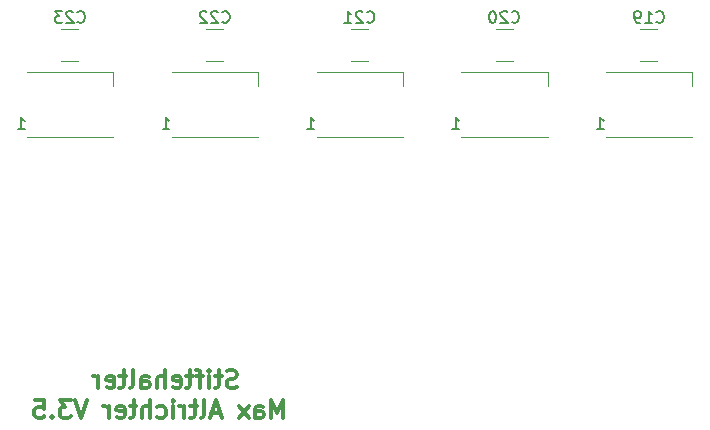
<source format=gbr>
%TF.GenerationSoftware,KiCad,Pcbnew,(5.1.10)-1*%
%TF.CreationDate,2021-09-15T18:07:19+02:00*%
%TF.ProjectId,sh_control,73685f63-6f6e-4747-926f-6c2e6b696361,rev?*%
%TF.SameCoordinates,Original*%
%TF.FileFunction,Legend,Bot*%
%TF.FilePolarity,Positive*%
%FSLAX46Y46*%
G04 Gerber Fmt 4.6, Leading zero omitted, Abs format (unit mm)*
G04 Created by KiCad (PCBNEW (5.1.10)-1) date 2021-09-15 18:07:19*
%MOMM*%
%LPD*%
G01*
G04 APERTURE LIST*
%ADD10C,0.300000*%
%ADD11C,0.120000*%
%ADD12C,0.150000*%
G04 APERTURE END LIST*
D10*
X134777928Y-93058142D02*
X134563642Y-93129571D01*
X134206500Y-93129571D01*
X134063642Y-93058142D01*
X133992214Y-92986714D01*
X133920785Y-92843857D01*
X133920785Y-92701000D01*
X133992214Y-92558142D01*
X134063642Y-92486714D01*
X134206500Y-92415285D01*
X134492214Y-92343857D01*
X134635071Y-92272428D01*
X134706500Y-92201000D01*
X134777928Y-92058142D01*
X134777928Y-91915285D01*
X134706500Y-91772428D01*
X134635071Y-91701000D01*
X134492214Y-91629571D01*
X134135071Y-91629571D01*
X133920785Y-91701000D01*
X133492214Y-92129571D02*
X132920785Y-92129571D01*
X133277928Y-91629571D02*
X133277928Y-92915285D01*
X133206500Y-93058142D01*
X133063642Y-93129571D01*
X132920785Y-93129571D01*
X132420785Y-93129571D02*
X132420785Y-92129571D01*
X132420785Y-91629571D02*
X132492214Y-91701000D01*
X132420785Y-91772428D01*
X132349357Y-91701000D01*
X132420785Y-91629571D01*
X132420785Y-91772428D01*
X131920785Y-92129571D02*
X131349357Y-92129571D01*
X131706500Y-93129571D02*
X131706500Y-91843857D01*
X131635071Y-91701000D01*
X131492214Y-91629571D01*
X131349357Y-91629571D01*
X131063642Y-92129571D02*
X130492214Y-92129571D01*
X130849357Y-91629571D02*
X130849357Y-92915285D01*
X130777928Y-93058142D01*
X130635071Y-93129571D01*
X130492214Y-93129571D01*
X129420785Y-93058142D02*
X129563642Y-93129571D01*
X129849357Y-93129571D01*
X129992214Y-93058142D01*
X130063642Y-92915285D01*
X130063642Y-92343857D01*
X129992214Y-92201000D01*
X129849357Y-92129571D01*
X129563642Y-92129571D01*
X129420785Y-92201000D01*
X129349357Y-92343857D01*
X129349357Y-92486714D01*
X130063642Y-92629571D01*
X128706500Y-93129571D02*
X128706500Y-91629571D01*
X128063642Y-93129571D02*
X128063642Y-92343857D01*
X128135071Y-92201000D01*
X128277928Y-92129571D01*
X128492214Y-92129571D01*
X128635071Y-92201000D01*
X128706500Y-92272428D01*
X126706500Y-93129571D02*
X126706500Y-92343857D01*
X126777928Y-92201000D01*
X126920785Y-92129571D01*
X127206500Y-92129571D01*
X127349357Y-92201000D01*
X126706500Y-93058142D02*
X126849357Y-93129571D01*
X127206500Y-93129571D01*
X127349357Y-93058142D01*
X127420785Y-92915285D01*
X127420785Y-92772428D01*
X127349357Y-92629571D01*
X127206500Y-92558142D01*
X126849357Y-92558142D01*
X126706500Y-92486714D01*
X125777928Y-93129571D02*
X125920785Y-93058142D01*
X125992214Y-92915285D01*
X125992214Y-91629571D01*
X125420785Y-92129571D02*
X124849357Y-92129571D01*
X125206500Y-91629571D02*
X125206500Y-92915285D01*
X125135071Y-93058142D01*
X124992214Y-93129571D01*
X124849357Y-93129571D01*
X123777928Y-93058142D02*
X123920785Y-93129571D01*
X124206500Y-93129571D01*
X124349357Y-93058142D01*
X124420785Y-92915285D01*
X124420785Y-92343857D01*
X124349357Y-92201000D01*
X124206500Y-92129571D01*
X123920785Y-92129571D01*
X123777928Y-92201000D01*
X123706500Y-92343857D01*
X123706500Y-92486714D01*
X124420785Y-92629571D01*
X123063642Y-93129571D02*
X123063642Y-92129571D01*
X123063642Y-92415285D02*
X122992214Y-92272428D01*
X122920785Y-92201000D01*
X122777928Y-92129571D01*
X122635071Y-92129571D01*
X138706500Y-95679571D02*
X138706500Y-94179571D01*
X138206500Y-95251000D01*
X137706500Y-94179571D01*
X137706500Y-95679571D01*
X136349357Y-95679571D02*
X136349357Y-94893857D01*
X136420785Y-94751000D01*
X136563642Y-94679571D01*
X136849357Y-94679571D01*
X136992214Y-94751000D01*
X136349357Y-95608142D02*
X136492214Y-95679571D01*
X136849357Y-95679571D01*
X136992214Y-95608142D01*
X137063642Y-95465285D01*
X137063642Y-95322428D01*
X136992214Y-95179571D01*
X136849357Y-95108142D01*
X136492214Y-95108142D01*
X136349357Y-95036714D01*
X135777928Y-95679571D02*
X134992214Y-94679571D01*
X135777928Y-94679571D02*
X134992214Y-95679571D01*
X133349357Y-95251000D02*
X132635071Y-95251000D01*
X133492214Y-95679571D02*
X132992214Y-94179571D01*
X132492214Y-95679571D01*
X131777928Y-95679571D02*
X131920785Y-95608142D01*
X131992214Y-95465285D01*
X131992214Y-94179571D01*
X131420785Y-94679571D02*
X130849357Y-94679571D01*
X131206500Y-94179571D02*
X131206500Y-95465285D01*
X131135071Y-95608142D01*
X130992214Y-95679571D01*
X130849357Y-95679571D01*
X130349357Y-95679571D02*
X130349357Y-94679571D01*
X130349357Y-94965285D02*
X130277928Y-94822428D01*
X130206500Y-94751000D01*
X130063642Y-94679571D01*
X129920785Y-94679571D01*
X129420785Y-95679571D02*
X129420785Y-94679571D01*
X129420785Y-94179571D02*
X129492214Y-94251000D01*
X129420785Y-94322428D01*
X129349357Y-94251000D01*
X129420785Y-94179571D01*
X129420785Y-94322428D01*
X128063642Y-95608142D02*
X128206500Y-95679571D01*
X128492214Y-95679571D01*
X128635071Y-95608142D01*
X128706500Y-95536714D01*
X128777928Y-95393857D01*
X128777928Y-94965285D01*
X128706500Y-94822428D01*
X128635071Y-94751000D01*
X128492214Y-94679571D01*
X128206500Y-94679571D01*
X128063642Y-94751000D01*
X127420785Y-95679571D02*
X127420785Y-94179571D01*
X126777928Y-95679571D02*
X126777928Y-94893857D01*
X126849357Y-94751000D01*
X126992214Y-94679571D01*
X127206500Y-94679571D01*
X127349357Y-94751000D01*
X127420785Y-94822428D01*
X126277928Y-94679571D02*
X125706500Y-94679571D01*
X126063642Y-94179571D02*
X126063642Y-95465285D01*
X125992214Y-95608142D01*
X125849357Y-95679571D01*
X125706500Y-95679571D01*
X124635071Y-95608142D02*
X124777928Y-95679571D01*
X125063642Y-95679571D01*
X125206500Y-95608142D01*
X125277928Y-95465285D01*
X125277928Y-94893857D01*
X125206500Y-94751000D01*
X125063642Y-94679571D01*
X124777928Y-94679571D01*
X124635071Y-94751000D01*
X124563642Y-94893857D01*
X124563642Y-95036714D01*
X125277928Y-95179571D01*
X123920785Y-95679571D02*
X123920785Y-94679571D01*
X123920785Y-94965285D02*
X123849357Y-94822428D01*
X123777928Y-94751000D01*
X123635071Y-94679571D01*
X123492214Y-94679571D01*
X122063642Y-94179571D02*
X121563642Y-95679571D01*
X121063642Y-94179571D01*
X120706500Y-94179571D02*
X119777928Y-94179571D01*
X120277928Y-94751000D01*
X120063642Y-94751000D01*
X119920785Y-94822428D01*
X119849357Y-94893857D01*
X119777928Y-95036714D01*
X119777928Y-95393857D01*
X119849357Y-95536714D01*
X119920785Y-95608142D01*
X120063642Y-95679571D01*
X120492214Y-95679571D01*
X120635071Y-95608142D01*
X120706500Y-95536714D01*
X119135071Y-95536714D02*
X119063642Y-95608142D01*
X119135071Y-95679571D01*
X119206500Y-95608142D01*
X119135071Y-95536714D01*
X119135071Y-95679571D01*
X117706500Y-94179571D02*
X118420785Y-94179571D01*
X118492214Y-94893857D01*
X118420785Y-94822428D01*
X118277928Y-94751000D01*
X117920785Y-94751000D01*
X117777928Y-94822428D01*
X117706500Y-94893857D01*
X117635071Y-95036714D01*
X117635071Y-95393857D01*
X117706500Y-95536714D01*
X117777928Y-95608142D01*
X117920785Y-95679571D01*
X118277928Y-95679571D01*
X118420785Y-95608142D01*
X118492214Y-95536714D01*
D11*
%TO.C,D14*%
X117026500Y-71914000D02*
X124326500Y-71914000D01*
X117026500Y-66414000D02*
X124326500Y-66414000D01*
X124326500Y-66414000D02*
X124326500Y-67564000D01*
%TO.C,D13*%
X129284625Y-71914000D02*
X136584625Y-71914000D01*
X129284625Y-66414000D02*
X136584625Y-66414000D01*
X136584625Y-66414000D02*
X136584625Y-67564000D01*
%TO.C,D12*%
X141542750Y-71914000D02*
X148842750Y-71914000D01*
X141542750Y-66414000D02*
X148842750Y-66414000D01*
X148842750Y-66414000D02*
X148842750Y-67564000D01*
%TO.C,D11*%
X153800875Y-71914000D02*
X161100875Y-71914000D01*
X153800875Y-66414000D02*
X161100875Y-66414000D01*
X161100875Y-66414000D02*
X161100875Y-67564000D01*
%TO.C,D10*%
X166059000Y-71914000D02*
X173359000Y-71914000D01*
X166059000Y-66414000D02*
X173359000Y-66414000D01*
X173359000Y-66414000D02*
X173359000Y-67564000D01*
%TO.C,C23*%
X121361252Y-62711500D02*
X119938748Y-62711500D01*
X121361252Y-65431500D02*
X119938748Y-65431500D01*
%TO.C,C22*%
X133616752Y-62711500D02*
X132194248Y-62711500D01*
X133616752Y-65431500D02*
X132194248Y-65431500D01*
%TO.C,C21*%
X145872252Y-62711500D02*
X144449748Y-62711500D01*
X145872252Y-65431500D02*
X144449748Y-65431500D01*
%TO.C,C20*%
X158127752Y-62711500D02*
X156705248Y-62711500D01*
X158127752Y-65431500D02*
X156705248Y-65431500D01*
%TO.C,C19*%
X170383252Y-62711500D02*
X168960748Y-62711500D01*
X170383252Y-65431500D02*
X168960748Y-65431500D01*
%TO.C,D14*%
D12*
X116240785Y-71216380D02*
X116812214Y-71216380D01*
X116526500Y-71216380D02*
X116526500Y-70216380D01*
X116621738Y-70359238D01*
X116716976Y-70454476D01*
X116812214Y-70502095D01*
%TO.C,D13*%
X128498910Y-71216380D02*
X129070339Y-71216380D01*
X128784625Y-71216380D02*
X128784625Y-70216380D01*
X128879863Y-70359238D01*
X128975101Y-70454476D01*
X129070339Y-70502095D01*
%TO.C,D12*%
X140757035Y-71216380D02*
X141328464Y-71216380D01*
X141042750Y-71216380D02*
X141042750Y-70216380D01*
X141137988Y-70359238D01*
X141233226Y-70454476D01*
X141328464Y-70502095D01*
%TO.C,D11*%
X153015160Y-71216380D02*
X153586589Y-71216380D01*
X153300875Y-71216380D02*
X153300875Y-70216380D01*
X153396113Y-70359238D01*
X153491351Y-70454476D01*
X153586589Y-70502095D01*
%TO.C,D10*%
X165273285Y-71216380D02*
X165844714Y-71216380D01*
X165559000Y-71216380D02*
X165559000Y-70216380D01*
X165654238Y-70359238D01*
X165749476Y-70454476D01*
X165844714Y-70502095D01*
%TO.C,C23*%
X121292857Y-62128642D02*
X121340476Y-62176261D01*
X121483333Y-62223880D01*
X121578571Y-62223880D01*
X121721428Y-62176261D01*
X121816666Y-62081023D01*
X121864285Y-61985785D01*
X121911904Y-61795309D01*
X121911904Y-61652452D01*
X121864285Y-61461976D01*
X121816666Y-61366738D01*
X121721428Y-61271500D01*
X121578571Y-61223880D01*
X121483333Y-61223880D01*
X121340476Y-61271500D01*
X121292857Y-61319119D01*
X120911904Y-61319119D02*
X120864285Y-61271500D01*
X120769047Y-61223880D01*
X120530952Y-61223880D01*
X120435714Y-61271500D01*
X120388095Y-61319119D01*
X120340476Y-61414357D01*
X120340476Y-61509595D01*
X120388095Y-61652452D01*
X120959523Y-62223880D01*
X120340476Y-62223880D01*
X120007142Y-61223880D02*
X119388095Y-61223880D01*
X119721428Y-61604833D01*
X119578571Y-61604833D01*
X119483333Y-61652452D01*
X119435714Y-61700071D01*
X119388095Y-61795309D01*
X119388095Y-62033404D01*
X119435714Y-62128642D01*
X119483333Y-62176261D01*
X119578571Y-62223880D01*
X119864285Y-62223880D01*
X119959523Y-62176261D01*
X120007142Y-62128642D01*
%TO.C,C22*%
X133548357Y-62128642D02*
X133595976Y-62176261D01*
X133738833Y-62223880D01*
X133834071Y-62223880D01*
X133976928Y-62176261D01*
X134072166Y-62081023D01*
X134119785Y-61985785D01*
X134167404Y-61795309D01*
X134167404Y-61652452D01*
X134119785Y-61461976D01*
X134072166Y-61366738D01*
X133976928Y-61271500D01*
X133834071Y-61223880D01*
X133738833Y-61223880D01*
X133595976Y-61271500D01*
X133548357Y-61319119D01*
X133167404Y-61319119D02*
X133119785Y-61271500D01*
X133024547Y-61223880D01*
X132786452Y-61223880D01*
X132691214Y-61271500D01*
X132643595Y-61319119D01*
X132595976Y-61414357D01*
X132595976Y-61509595D01*
X132643595Y-61652452D01*
X133215023Y-62223880D01*
X132595976Y-62223880D01*
X132215023Y-61319119D02*
X132167404Y-61271500D01*
X132072166Y-61223880D01*
X131834071Y-61223880D01*
X131738833Y-61271500D01*
X131691214Y-61319119D01*
X131643595Y-61414357D01*
X131643595Y-61509595D01*
X131691214Y-61652452D01*
X132262642Y-62223880D01*
X131643595Y-62223880D01*
%TO.C,C21*%
X145803857Y-62128642D02*
X145851476Y-62176261D01*
X145994333Y-62223880D01*
X146089571Y-62223880D01*
X146232428Y-62176261D01*
X146327666Y-62081023D01*
X146375285Y-61985785D01*
X146422904Y-61795309D01*
X146422904Y-61652452D01*
X146375285Y-61461976D01*
X146327666Y-61366738D01*
X146232428Y-61271500D01*
X146089571Y-61223880D01*
X145994333Y-61223880D01*
X145851476Y-61271500D01*
X145803857Y-61319119D01*
X145422904Y-61319119D02*
X145375285Y-61271500D01*
X145280047Y-61223880D01*
X145041952Y-61223880D01*
X144946714Y-61271500D01*
X144899095Y-61319119D01*
X144851476Y-61414357D01*
X144851476Y-61509595D01*
X144899095Y-61652452D01*
X145470523Y-62223880D01*
X144851476Y-62223880D01*
X143899095Y-62223880D02*
X144470523Y-62223880D01*
X144184809Y-62223880D02*
X144184809Y-61223880D01*
X144280047Y-61366738D01*
X144375285Y-61461976D01*
X144470523Y-61509595D01*
%TO.C,C20*%
X158059357Y-62128642D02*
X158106976Y-62176261D01*
X158249833Y-62223880D01*
X158345071Y-62223880D01*
X158487928Y-62176261D01*
X158583166Y-62081023D01*
X158630785Y-61985785D01*
X158678404Y-61795309D01*
X158678404Y-61652452D01*
X158630785Y-61461976D01*
X158583166Y-61366738D01*
X158487928Y-61271500D01*
X158345071Y-61223880D01*
X158249833Y-61223880D01*
X158106976Y-61271500D01*
X158059357Y-61319119D01*
X157678404Y-61319119D02*
X157630785Y-61271500D01*
X157535547Y-61223880D01*
X157297452Y-61223880D01*
X157202214Y-61271500D01*
X157154595Y-61319119D01*
X157106976Y-61414357D01*
X157106976Y-61509595D01*
X157154595Y-61652452D01*
X157726023Y-62223880D01*
X157106976Y-62223880D01*
X156487928Y-61223880D02*
X156392690Y-61223880D01*
X156297452Y-61271500D01*
X156249833Y-61319119D01*
X156202214Y-61414357D01*
X156154595Y-61604833D01*
X156154595Y-61842928D01*
X156202214Y-62033404D01*
X156249833Y-62128642D01*
X156297452Y-62176261D01*
X156392690Y-62223880D01*
X156487928Y-62223880D01*
X156583166Y-62176261D01*
X156630785Y-62128642D01*
X156678404Y-62033404D01*
X156726023Y-61842928D01*
X156726023Y-61604833D01*
X156678404Y-61414357D01*
X156630785Y-61319119D01*
X156583166Y-61271500D01*
X156487928Y-61223880D01*
%TO.C,C19*%
X170314857Y-62128642D02*
X170362476Y-62176261D01*
X170505333Y-62223880D01*
X170600571Y-62223880D01*
X170743428Y-62176261D01*
X170838666Y-62081023D01*
X170886285Y-61985785D01*
X170933904Y-61795309D01*
X170933904Y-61652452D01*
X170886285Y-61461976D01*
X170838666Y-61366738D01*
X170743428Y-61271500D01*
X170600571Y-61223880D01*
X170505333Y-61223880D01*
X170362476Y-61271500D01*
X170314857Y-61319119D01*
X169362476Y-62223880D02*
X169933904Y-62223880D01*
X169648190Y-62223880D02*
X169648190Y-61223880D01*
X169743428Y-61366738D01*
X169838666Y-61461976D01*
X169933904Y-61509595D01*
X168886285Y-62223880D02*
X168695809Y-62223880D01*
X168600571Y-62176261D01*
X168552952Y-62128642D01*
X168457714Y-61985785D01*
X168410095Y-61795309D01*
X168410095Y-61414357D01*
X168457714Y-61319119D01*
X168505333Y-61271500D01*
X168600571Y-61223880D01*
X168791047Y-61223880D01*
X168886285Y-61271500D01*
X168933904Y-61319119D01*
X168981523Y-61414357D01*
X168981523Y-61652452D01*
X168933904Y-61747690D01*
X168886285Y-61795309D01*
X168791047Y-61842928D01*
X168600571Y-61842928D01*
X168505333Y-61795309D01*
X168457714Y-61747690D01*
X168410095Y-61652452D01*
%TD*%
M02*

</source>
